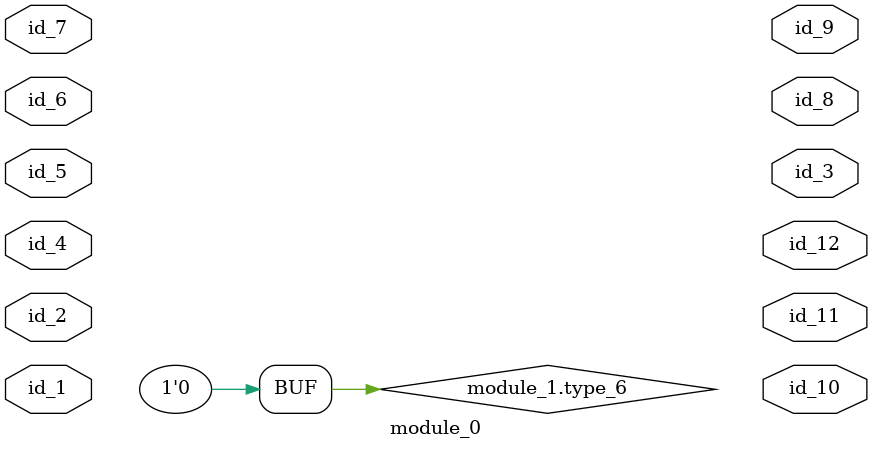
<source format=v>
module module_0 (
    id_1,
    id_2,
    id_3,
    id_4,
    id_5,
    id_6,
    id_7,
    id_8,
    id_9,
    id_10,
    id_11,
    id_12
);
  output wire id_12;
  output wire id_11;
  output wire id_10;
  output wire id_9;
  output wire id_8;
  input wire id_7;
  input wire id_6;
  input wire id_5;
  input wire id_4;
  output wire id_3;
  input wire id_2;
  inout wire id_1;
  assign module_1.type_6 = 0;
endmodule
module module_1 (
    output tri  id_0,
    input  wand id_1,
    input  wire id_2
);
  wire id_4;
  module_0 modCall_1 (
      id_4,
      id_4,
      id_4,
      id_4,
      id_4,
      id_4,
      id_4,
      id_4,
      id_4,
      id_4,
      id_4,
      id_4
  );
endmodule

</source>
